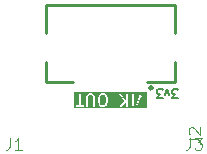
<source format=gbr>
%TF.GenerationSoftware,KiCad,Pcbnew,8.0.3*%
%TF.CreationDate,2024-10-24T18:29:52-05:00*%
%TF.ProjectId,EZ-VIK,455a2d56-494b-42e6-9b69-6361645f7063,rev?*%
%TF.SameCoordinates,Original*%
%TF.FileFunction,Legend,Top*%
%TF.FilePolarity,Positive*%
%FSLAX46Y46*%
G04 Gerber Fmt 4.6, Leading zero omitted, Abs format (unit mm)*
G04 Created by KiCad (PCBNEW 8.0.3) date 2024-10-24 18:29:52*
%MOMM*%
%LPD*%
G01*
G04 APERTURE LIST*
%ADD10C,0.100000*%
%ADD11C,0.150000*%
%ADD12C,0.254000*%
%ADD13R,1.680000X1.680000*%
%ADD14R,0.280000X1.250000*%
%ADD15R,1.800000X2.000000*%
G04 APERTURE END LIST*
D10*
X161560219Y-103457333D02*
X162274504Y-103457333D01*
X162274504Y-103457333D02*
X162417361Y-103504952D01*
X162417361Y-103504952D02*
X162512600Y-103600190D01*
X162512600Y-103600190D02*
X162560219Y-103743047D01*
X162560219Y-103743047D02*
X162560219Y-103838285D01*
X161655457Y-103028761D02*
X161607838Y-102981142D01*
X161607838Y-102981142D02*
X161560219Y-102885904D01*
X161560219Y-102885904D02*
X161560219Y-102647809D01*
X161560219Y-102647809D02*
X161607838Y-102552571D01*
X161607838Y-102552571D02*
X161655457Y-102504952D01*
X161655457Y-102504952D02*
X161750695Y-102457333D01*
X161750695Y-102457333D02*
X161845933Y-102457333D01*
X161845933Y-102457333D02*
X161988790Y-102504952D01*
X161988790Y-102504952D02*
X162560219Y-103076380D01*
X162560219Y-103076380D02*
X162560219Y-102457333D01*
D11*
G36*
X154439533Y-99754332D02*
G01*
X154513325Y-99826714D01*
X154554018Y-99984885D01*
X154555321Y-100299639D01*
X154515207Y-100464887D01*
X154444740Y-100536727D01*
X154375294Y-100572489D01*
X154220125Y-100573579D01*
X154151802Y-100540428D01*
X154078010Y-100468047D01*
X154037317Y-100309875D01*
X154036014Y-99995121D01*
X154076128Y-99829873D01*
X154146595Y-99758033D01*
X154216042Y-99722270D01*
X154371209Y-99721180D01*
X154439533Y-99754332D01*
G37*
G36*
X158004999Y-100833491D02*
G01*
X151872903Y-100833491D01*
X151872903Y-100632748D01*
X151984014Y-100632748D01*
X151984014Y-100662012D01*
X151995213Y-100689048D01*
X152015905Y-100709740D01*
X152042941Y-100720939D01*
X152057573Y-100722380D01*
X152643633Y-100720939D01*
X152670669Y-100709740D01*
X152691361Y-100689048D01*
X152702560Y-100662012D01*
X152702560Y-100632748D01*
X152691361Y-100605712D01*
X152670669Y-100585020D01*
X152643633Y-100573821D01*
X152629001Y-100572380D01*
X152418181Y-100572898D01*
X152417137Y-99837857D01*
X152887335Y-99837857D01*
X152888776Y-100662012D01*
X152899975Y-100689048D01*
X152920667Y-100709740D01*
X152947703Y-100720939D01*
X152976967Y-100720939D01*
X153004003Y-100709740D01*
X153024695Y-100689048D01*
X153035894Y-100662012D01*
X153037335Y-100647380D01*
X153035954Y-99857924D01*
X153069387Y-99789022D01*
X153099631Y-99757696D01*
X153168423Y-99722270D01*
X153323590Y-99721180D01*
X153392120Y-99754432D01*
X153423448Y-99784677D01*
X153458790Y-99853308D01*
X153460204Y-100662012D01*
X153471403Y-100689048D01*
X153492095Y-100709740D01*
X153519131Y-100720939D01*
X153548395Y-100720939D01*
X153575431Y-100709740D01*
X153596123Y-100689048D01*
X153607322Y-100662012D01*
X153608763Y-100647380D01*
X153607597Y-99980714D01*
X153887335Y-99980714D01*
X153888695Y-100309150D01*
X153887424Y-100317693D01*
X153888768Y-100326785D01*
X153888776Y-100328679D01*
X153889198Y-100329700D01*
X153889574Y-100332237D01*
X153936395Y-100514228D01*
X153936395Y-100519154D01*
X153939739Y-100527228D01*
X153942140Y-100536559D01*
X153945460Y-100541040D01*
X153947594Y-100546191D01*
X153956921Y-100557556D01*
X154052688Y-100651493D01*
X154059208Y-100659011D01*
X154062401Y-100661021D01*
X154063524Y-100662122D01*
X154065356Y-100662880D01*
X154071651Y-100666843D01*
X154157540Y-100708518D01*
X154158762Y-100709740D01*
X154167621Y-100713409D01*
X154180620Y-100719717D01*
X154183309Y-100719908D01*
X154185798Y-100720939D01*
X154200430Y-100722380D01*
X154379517Y-100721121D01*
X154381525Y-100721791D01*
X154392197Y-100721032D01*
X154405538Y-100720939D01*
X154408027Y-100719907D01*
X154410715Y-100719717D01*
X154424447Y-100714462D01*
X154519003Y-100665769D01*
X154527812Y-100662121D01*
X154530714Y-100659738D01*
X154532128Y-100659011D01*
X154533427Y-100657512D01*
X154539177Y-100652794D01*
X154627774Y-100562470D01*
X154631774Y-100560071D01*
X154636857Y-100553210D01*
X154643743Y-100546191D01*
X154645877Y-100541037D01*
X154649196Y-100536559D01*
X154654143Y-100522713D01*
X154699383Y-100336347D01*
X154702560Y-100328679D01*
X154703457Y-100319564D01*
X154703912Y-100317693D01*
X154703749Y-100316600D01*
X154704001Y-100314047D01*
X154702640Y-99985610D01*
X154703912Y-99977068D01*
X154702567Y-99967975D01*
X154702560Y-99966082D01*
X154702137Y-99965060D01*
X154701762Y-99962524D01*
X154654941Y-99780532D01*
X154654941Y-99775607D01*
X154651595Y-99767530D01*
X154649196Y-99758202D01*
X154645877Y-99753723D01*
X154643743Y-99748570D01*
X154634415Y-99737205D01*
X154547001Y-99651462D01*
X155696970Y-99651462D01*
X155704233Y-99679810D01*
X155711859Y-99692380D01*
X156102601Y-100211230D01*
X155709499Y-100605712D01*
X155698300Y-100632749D01*
X155698300Y-100662011D01*
X155709499Y-100689048D01*
X155730191Y-100709740D01*
X155757228Y-100720939D01*
X155786490Y-100720939D01*
X155813527Y-100709740D01*
X155824892Y-100700413D01*
X156250918Y-100272891D01*
X156256271Y-100268877D01*
X156258250Y-100265533D01*
X156269149Y-100254596D01*
X156269728Y-100662012D01*
X156280927Y-100689048D01*
X156301619Y-100709740D01*
X156328655Y-100720939D01*
X156357919Y-100720939D01*
X156384955Y-100709740D01*
X156405647Y-100689048D01*
X156416846Y-100662012D01*
X156418287Y-100647380D01*
X156416867Y-99647380D01*
X156744477Y-99647380D01*
X156745918Y-100662012D01*
X156757117Y-100689048D01*
X156777809Y-100709740D01*
X156804845Y-100720939D01*
X156834109Y-100720939D01*
X156861145Y-100709740D01*
X156881837Y-100689048D01*
X156893036Y-100662012D01*
X156894477Y-100647380D01*
X156894464Y-100638000D01*
X157078400Y-100638000D01*
X157080475Y-100667190D01*
X157093561Y-100693363D01*
X157115668Y-100712537D01*
X157143431Y-100721791D01*
X157172621Y-100719716D01*
X157198794Y-100706630D01*
X157217968Y-100684523D01*
X157223962Y-100671097D01*
X157485711Y-99882303D01*
X157754320Y-100684522D01*
X157773494Y-100706629D01*
X157799667Y-100719716D01*
X157828857Y-100721791D01*
X157856619Y-100712537D01*
X157878727Y-100693363D01*
X157891813Y-100667189D01*
X157893888Y-100637999D01*
X157890628Y-100623663D01*
X157558850Y-99632784D01*
X157558480Y-99627571D01*
X157554316Y-99619244D01*
X157551301Y-99610237D01*
X157547789Y-99606188D01*
X157545394Y-99601397D01*
X157538290Y-99595235D01*
X157532127Y-99588130D01*
X157527333Y-99585733D01*
X157523286Y-99582223D01*
X157514364Y-99579249D01*
X157505954Y-99575044D01*
X157500609Y-99574664D01*
X157495524Y-99572969D01*
X157486144Y-99573635D01*
X157476764Y-99572969D01*
X157471678Y-99574664D01*
X157466334Y-99575044D01*
X157457926Y-99579248D01*
X157449001Y-99582223D01*
X157444950Y-99585736D01*
X157440161Y-99588131D01*
X157434002Y-99595231D01*
X157426894Y-99601397D01*
X157424497Y-99606190D01*
X157420987Y-99610238D01*
X157414993Y-99623663D01*
X157078400Y-100638000D01*
X156894464Y-100638000D01*
X156893036Y-99632748D01*
X156881837Y-99605712D01*
X156861145Y-99585020D01*
X156834109Y-99573821D01*
X156804845Y-99573821D01*
X156777809Y-99585020D01*
X156757117Y-99605712D01*
X156745918Y-99632748D01*
X156744477Y-99647380D01*
X156416867Y-99647380D01*
X156416846Y-99632748D01*
X156405647Y-99605712D01*
X156384955Y-99585020D01*
X156357919Y-99573821D01*
X156328655Y-99573821D01*
X156301619Y-99585020D01*
X156280927Y-99605712D01*
X156269728Y-99632748D01*
X156268287Y-99647380D01*
X156268850Y-100044397D01*
X156208545Y-100104914D01*
X155821927Y-99591539D01*
X155796746Y-99576630D01*
X155767777Y-99572491D01*
X155739429Y-99579754D01*
X155716018Y-99597312D01*
X155701109Y-99622493D01*
X155696970Y-99651462D01*
X154547001Y-99651462D01*
X154538653Y-99643274D01*
X154532129Y-99635751D01*
X154528931Y-99633738D01*
X154527812Y-99632640D01*
X154525984Y-99631883D01*
X154519686Y-99627918D01*
X154433795Y-99586241D01*
X154432574Y-99585020D01*
X154423714Y-99581349D01*
X154410716Y-99575043D01*
X154408026Y-99574851D01*
X154405538Y-99573821D01*
X154390906Y-99572380D01*
X154211817Y-99573638D01*
X154209810Y-99572969D01*
X154199137Y-99573727D01*
X154185798Y-99573821D01*
X154183309Y-99574851D01*
X154180620Y-99575043D01*
X154166889Y-99580298D01*
X154072346Y-99628984D01*
X154063524Y-99632639D01*
X154060615Y-99635026D01*
X154059208Y-99635751D01*
X154057912Y-99637244D01*
X154052159Y-99641967D01*
X153963563Y-99732288D01*
X153959562Y-99734690D01*
X153954475Y-99741553D01*
X153947594Y-99748570D01*
X153945460Y-99753720D01*
X153942140Y-99758202D01*
X153937193Y-99772048D01*
X153891952Y-99958413D01*
X153888776Y-99966082D01*
X153887878Y-99975196D01*
X153887424Y-99977068D01*
X153887586Y-99978160D01*
X153887335Y-99980714D01*
X153607597Y-99980714D01*
X153607368Y-99849654D01*
X153608174Y-99847237D01*
X153607343Y-99835549D01*
X153607322Y-99823225D01*
X153606291Y-99820736D01*
X153606100Y-99818047D01*
X153600845Y-99804316D01*
X153552153Y-99709761D01*
X153548504Y-99700951D01*
X153546121Y-99698048D01*
X153545394Y-99696635D01*
X153543895Y-99695335D01*
X153539177Y-99689586D01*
X153490142Y-99642245D01*
X153484510Y-99635751D01*
X153481364Y-99633770D01*
X153480193Y-99632640D01*
X153478365Y-99631883D01*
X153472067Y-99627918D01*
X153386176Y-99586241D01*
X153384955Y-99585020D01*
X153376095Y-99581349D01*
X153363097Y-99575043D01*
X153360407Y-99574851D01*
X153357919Y-99573821D01*
X153343287Y-99572380D01*
X153164198Y-99573638D01*
X153162191Y-99572969D01*
X153151518Y-99573727D01*
X153138179Y-99573821D01*
X153135690Y-99574851D01*
X153133001Y-99575043D01*
X153119270Y-99580298D01*
X153024722Y-99628987D01*
X153015905Y-99632640D01*
X153012999Y-99635024D01*
X153011589Y-99635751D01*
X153010292Y-99637246D01*
X153004540Y-99641967D01*
X152957198Y-99691002D01*
X152950704Y-99696635D01*
X152948724Y-99699780D01*
X152947594Y-99700951D01*
X152946836Y-99702778D01*
X152942872Y-99709078D01*
X152901197Y-99794966D01*
X152899975Y-99796189D01*
X152896302Y-99805054D01*
X152889998Y-99818048D01*
X152889807Y-99820735D01*
X152888776Y-99823225D01*
X152887335Y-99837857D01*
X152417137Y-99837857D01*
X152416846Y-99632748D01*
X152405647Y-99605712D01*
X152384955Y-99585020D01*
X152357919Y-99573821D01*
X152328655Y-99573821D01*
X152301619Y-99585020D01*
X152280927Y-99605712D01*
X152269728Y-99632748D01*
X152268287Y-99647380D01*
X152269601Y-100573263D01*
X152042941Y-100573821D01*
X152015905Y-100585020D01*
X151995213Y-100605712D01*
X151984014Y-100632748D01*
X151872903Y-100632748D01*
X151872903Y-99461269D01*
X158004999Y-99461269D01*
X158004999Y-100833491D01*
G37*
X160634173Y-99942585D02*
X160169887Y-99942585D01*
X160169887Y-99942585D02*
X160419887Y-99656871D01*
X160419887Y-99656871D02*
X160312744Y-99656871D01*
X160312744Y-99656871D02*
X160241316Y-99621157D01*
X160241316Y-99621157D02*
X160205601Y-99585442D01*
X160205601Y-99585442D02*
X160169887Y-99514014D01*
X160169887Y-99514014D02*
X160169887Y-99335442D01*
X160169887Y-99335442D02*
X160205601Y-99264014D01*
X160205601Y-99264014D02*
X160241316Y-99228300D01*
X160241316Y-99228300D02*
X160312744Y-99192585D01*
X160312744Y-99192585D02*
X160527030Y-99192585D01*
X160527030Y-99192585D02*
X160598458Y-99228300D01*
X160598458Y-99228300D02*
X160634173Y-99264014D01*
X159919887Y-99692585D02*
X159741315Y-99192585D01*
X159741315Y-99192585D02*
X159562744Y-99692585D01*
X159348458Y-99942585D02*
X158884172Y-99942585D01*
X158884172Y-99942585D02*
X159134172Y-99656871D01*
X159134172Y-99656871D02*
X159027029Y-99656871D01*
X159027029Y-99656871D02*
X158955601Y-99621157D01*
X158955601Y-99621157D02*
X158919886Y-99585442D01*
X158919886Y-99585442D02*
X158884172Y-99514014D01*
X158884172Y-99514014D02*
X158884172Y-99335442D01*
X158884172Y-99335442D02*
X158919886Y-99264014D01*
X158919886Y-99264014D02*
X158955601Y-99228300D01*
X158955601Y-99228300D02*
X159027029Y-99192585D01*
X159027029Y-99192585D02*
X159241315Y-99192585D01*
X159241315Y-99192585D02*
X159312743Y-99228300D01*
X159312743Y-99228300D02*
X159348458Y-99264014D01*
D10*
X161676666Y-103341419D02*
X161676666Y-104055704D01*
X161676666Y-104055704D02*
X161629047Y-104198561D01*
X161629047Y-104198561D02*
X161533809Y-104293800D01*
X161533809Y-104293800D02*
X161390952Y-104341419D01*
X161390952Y-104341419D02*
X161295714Y-104341419D01*
X162057619Y-103341419D02*
X162676666Y-103341419D01*
X162676666Y-103341419D02*
X162343333Y-103722371D01*
X162343333Y-103722371D02*
X162486190Y-103722371D01*
X162486190Y-103722371D02*
X162581428Y-103769990D01*
X162581428Y-103769990D02*
X162629047Y-103817609D01*
X162629047Y-103817609D02*
X162676666Y-103912847D01*
X162676666Y-103912847D02*
X162676666Y-104150942D01*
X162676666Y-104150942D02*
X162629047Y-104246180D01*
X162629047Y-104246180D02*
X162581428Y-104293800D01*
X162581428Y-104293800D02*
X162486190Y-104341419D01*
X162486190Y-104341419D02*
X162200476Y-104341419D01*
X162200476Y-104341419D02*
X162105238Y-104293800D01*
X162105238Y-104293800D02*
X162057619Y-104246180D01*
X146436666Y-103351419D02*
X146436666Y-104065704D01*
X146436666Y-104065704D02*
X146389047Y-104208561D01*
X146389047Y-104208561D02*
X146293809Y-104303800D01*
X146293809Y-104303800D02*
X146150952Y-104351419D01*
X146150952Y-104351419D02*
X146055714Y-104351419D01*
X147436666Y-104351419D02*
X146865238Y-104351419D01*
X147150952Y-104351419D02*
X147150952Y-103351419D01*
X147150952Y-103351419D02*
X147055714Y-103494276D01*
X147055714Y-103494276D02*
X146960476Y-103589514D01*
X146960476Y-103589514D02*
X146865238Y-103637133D01*
D12*
%TO.C,J4*%
X149440000Y-92098000D02*
X149440000Y-94481000D01*
X149440000Y-92098000D02*
X160440000Y-92098000D01*
X149440000Y-96932000D02*
X149440000Y-98593000D01*
X149440000Y-98593000D02*
X151809000Y-98593000D01*
X160440000Y-92098000D02*
X160440000Y-94481000D01*
X160440000Y-96932000D02*
X160440000Y-98593000D01*
X160440000Y-98593000D02*
X158071000Y-98593000D01*
X158496000Y-99101000D02*
G75*
G02*
X158242000Y-99101000I-127000J0D01*
G01*
X158242000Y-99101000D02*
G75*
G02*
X158496000Y-99101000I127000J0D01*
G01*
%TD*%
%LPC*%
D13*
%TO.C,J2*%
X151125000Y-102108000D03*
X153675000Y-102108000D03*
X156210000Y-102108000D03*
X158745000Y-102108000D03*
%TD*%
D14*
%TO.C,J4*%
X157690000Y-98431000D03*
X157190000Y-98431000D03*
X156690000Y-98431000D03*
X156190000Y-98431000D03*
X155690000Y-98431000D03*
X155190000Y-98431000D03*
X154690000Y-98431000D03*
X154190000Y-98431000D03*
X153690000Y-98431000D03*
X153190000Y-98431000D03*
X152690000Y-98431000D03*
X152190000Y-98431000D03*
D15*
X150390000Y-95707000D03*
X159490000Y-95707000D03*
%TD*%
D13*
%TO.C,J3*%
X162560000Y-92954000D03*
X162560000Y-95504000D03*
X162560000Y-98039000D03*
X162560000Y-100574000D03*
%TD*%
%TO.C,J1*%
X147320000Y-92964000D03*
X147320000Y-95514000D03*
X147320000Y-98049000D03*
X147320000Y-100584000D03*
%TD*%
%LPD*%
M02*

</source>
